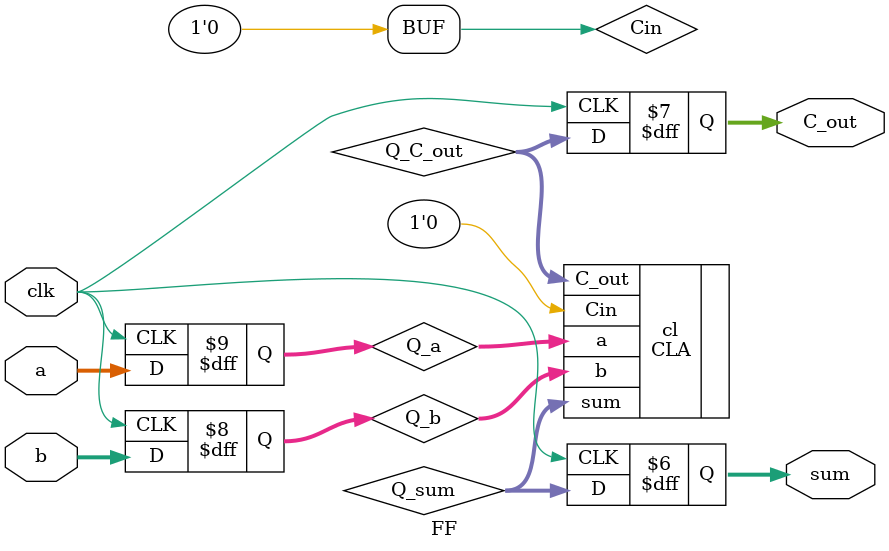
<source format=v>
`timescale 1ns/1ps
module FF (
    input [3:0] a,
    input [3:0] b,
    input clk,
    output reg [3:0] C_out,
    output reg [3:0] sum

);
    reg Cin;
    wire [3:0] Q_C_out;
    wire [3:0] Q_sum;
    reg [3:0] Q_a;
    reg [3:0] Q_b;
    initial Cin = 0; 

    //Flip-flop for A
    always @(posedge clk) begin
        Q_a = a;
    end
    //Flip-flop for B
    always @(posedge clk) begin
        Q_b = b;
    end
    // D_FF fpA(.D(a),
    //         .clk(clk),
    //         .Q(Q_b));

    // D_FF fpB(.D(b),
    //         .clk(clk),
    //         .Q(Q_b));

    CLA cl(.a(Q_a),
            .b(Q_b),
            .Cin(Cin),
            .sum(Q_sum),
            .C_out(Q_C_out));

    // D_FF fpSum(.D(Q_sum),
    //         .clk(clk),
    //         .Q(sum));

    // D_FF fpCarry(.D(Q_C_out),
    //         .clk(clk),
    //         .Q(C_out));

    //Flip-flop for Carry-Out
    always @(posedge clk) begin
        C_out = Q_C_out;
    end
    //Flip
    always @(posedge clk) begin
        sum = Q_sum;
    end
endmodule
</source>
